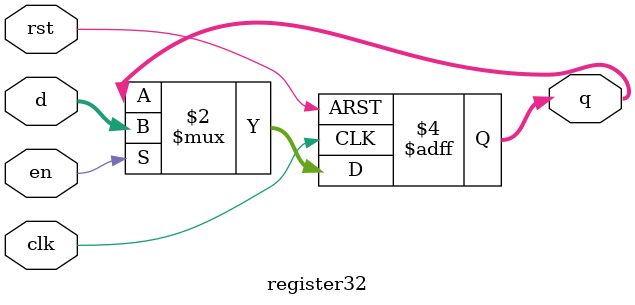
<source format=v>
`timescale 1ns / 1ps


module register32(
    input clk,
    input rst,
    input en,
    input [31:0] d,
    output reg [31:0] q
    );
    
    always @(posedge clk or posedge rst)
        if (rst) q <= 32'b0;
        else if (en) q <= d;
endmodule

</source>
